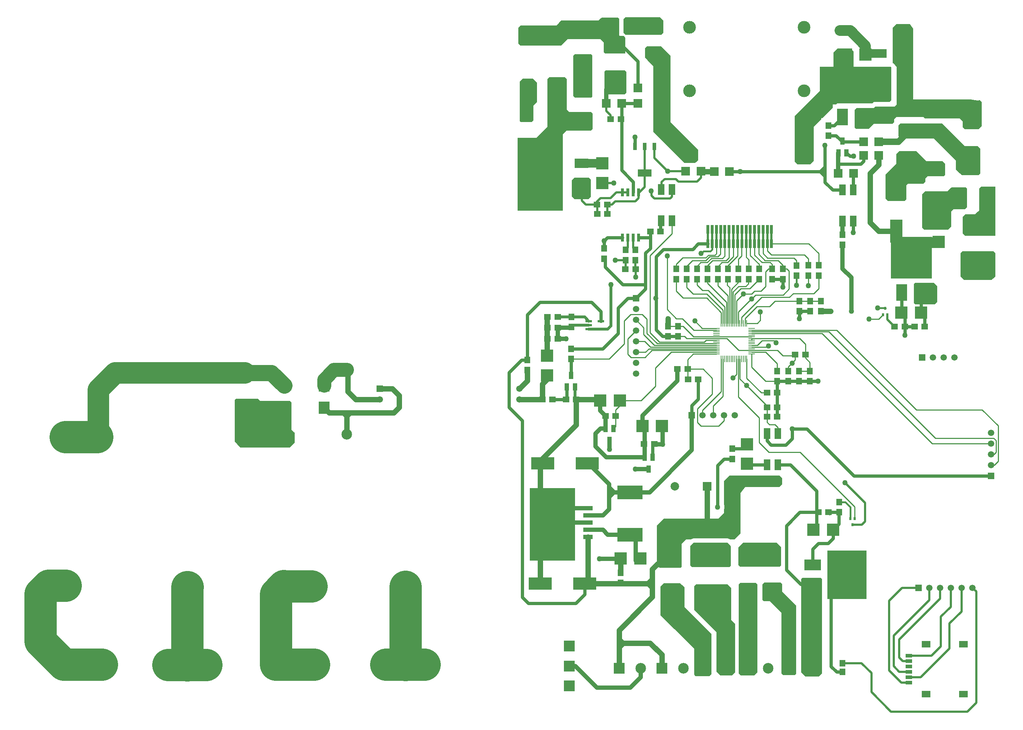
<source format=gtl>
G04 Layer_Physical_Order=1*
G04 Layer_Color=255*
%FSLAX25Y25*%
%MOIN*%
G70*
G01*
G75*
%ADD10R,0.01850X0.02520*%
%ADD11R,0.11811X0.11811*%
%ADD12R,0.09843X0.15748*%
%ADD13R,0.23622X0.27559*%
%ADD14R,0.05906X0.05512*%
%ADD15R,0.05512X0.05906*%
%ADD16R,0.09449X0.12992*%
%ADD17R,0.02559X0.07874*%
%ADD18R,0.40984X0.42520*%
%ADD19R,0.08504X0.04213*%
%ADD20R,0.07874X0.07874*%
%ADD21R,0.13780X0.09843*%
%ADD22R,0.35039X0.41929*%
%ADD23R,0.12992X0.09055*%
%ADD24R,0.06299X0.02362*%
%ADD25R,0.03937X0.07087*%
%ADD26R,0.12598X0.07874*%
%ADD27R,0.11811X0.15748*%
%ADD28R,0.27559X0.11811*%
%ADD29R,0.06299X0.09843*%
%ADD30R,0.11811X0.21654*%
%ADD31R,0.21654X0.11811*%
%ADD32R,0.13780X0.13780*%
%ADD33R,0.15748X0.09843*%
%ADD34R,0.27559X0.23622*%
%ADD35R,0.11811X0.11811*%
%ADD36R,0.09843X0.11811*%
%ADD37R,0.15748X0.13780*%
%ADD38R,0.07874X0.05906*%
%ADD39R,0.05906X0.03543*%
%ADD40R,0.23622X0.12598*%
G04:AMPARAMS|DCode=41|XSize=57.87mil|YSize=9.45mil|CornerRadius=1.18mil|HoleSize=0mil|Usage=FLASHONLY|Rotation=270.000|XOffset=0mil|YOffset=0mil|HoleType=Round|Shape=RoundedRectangle|*
%AMROUNDEDRECTD41*
21,1,0.05787,0.00709,0,0,270.0*
21,1,0.05551,0.00945,0,0,270.0*
1,1,0.00236,-0.00354,-0.02776*
1,1,0.00236,-0.00354,0.02776*
1,1,0.00236,0.00354,0.02776*
1,1,0.00236,0.00354,-0.02776*
%
%ADD41ROUNDEDRECTD41*%
G04:AMPARAMS|DCode=42|XSize=57.87mil|YSize=9.45mil|CornerRadius=1.18mil|HoleSize=0mil|Usage=FLASHONLY|Rotation=0.000|XOffset=0mil|YOffset=0mil|HoleType=Round|Shape=RoundedRectangle|*
%AMROUNDEDRECTD42*
21,1,0.05787,0.00709,0,0,0.0*
21,1,0.05551,0.00945,0,0,0.0*
1,1,0.00236,0.02776,-0.00354*
1,1,0.00236,-0.02776,-0.00354*
1,1,0.00236,-0.02776,0.00354*
1,1,0.00236,0.02776,0.00354*
%
%ADD42ROUNDEDRECTD42*%
%ADD43R,0.07874X0.07874*%
%ADD44R,0.12992X0.09449*%
%ADD45R,0.02559X0.07284*%
%ADD46R,0.12598X0.06890*%
%ADD47R,0.03740X0.06890*%
%ADD48C,0.03000*%
%ADD49C,0.00900*%
%ADD50C,0.02000*%
%ADD51C,0.30000*%
%ADD52C,0.05000*%
%ADD53C,0.01500*%
%ADD54C,0.10000*%
%ADD55C,0.06000*%
%ADD56C,0.04000*%
%ADD57C,0.01000*%
%ADD58C,0.02500*%
%ADD59C,0.20000*%
%ADD60C,0.15000*%
%ADD61C,0.13000*%
%ADD62C,0.08000*%
%ADD63C,0.05906*%
%ADD64R,0.05906X0.05906*%
%ADD65C,0.13780*%
%ADD66R,0.05906X0.05906*%
%ADD67R,0.09843X0.09843*%
%ADD68C,0.09843*%
%ADD69C,0.15748*%
%ADD70C,0.11811*%
%ADD71C,0.07874*%
%ADD72C,0.05000*%
%ADD73C,0.19685*%
G36*
X514370Y155610D02*
X472342D01*
Y223228D01*
X514370D01*
Y155610D01*
D02*
G37*
G36*
X553346Y219488D02*
X553248D01*
X545965Y212205D01*
Y226870D01*
X553346Y219488D01*
D02*
G37*
G36*
X658858Y169488D02*
X659154Y169193D01*
Y159646D01*
Y150886D01*
X657874Y149606D01*
X622933D01*
X621358Y151181D01*
X621358Y151575D01*
Y166831D01*
Y169095D01*
X624508Y172244D01*
X656102D01*
X658858Y169488D01*
D02*
G37*
G36*
X705807Y168307D02*
Y151575D01*
X706004Y151378D01*
X704528Y149902D01*
X667618D01*
X666043Y151476D01*
Y167913D01*
X670374Y172244D01*
X701870D01*
X705807Y168307D01*
D02*
G37*
G36*
X302559Y286417D02*
X293799Y295374D01*
X311516D01*
X302559Y286417D01*
D02*
G37*
G36*
X850689Y410728D02*
Y395965D01*
X848622Y393898D01*
X830217Y393898D01*
X829035Y395079D01*
Y412402D01*
X830217Y413583D01*
X847835D01*
X850689Y410728D01*
D02*
G37*
G36*
X706668Y232259D02*
X706668Y226649D01*
X704232Y224213D01*
X685138Y224213D01*
X674114Y224213D01*
X672441Y224213D01*
X668159Y218258D01*
X668159Y180955D01*
X662697Y175492D01*
X658440D01*
X658120Y175738D01*
X657147Y176141D01*
X656102Y176279D01*
X656102Y176279D01*
X624508D01*
X624508Y176279D01*
X623464Y176141D01*
X622491Y175738D01*
X622170Y175492D01*
X617618D01*
X617421Y175295D01*
X613484Y171358D01*
Y171063D01*
Y150295D01*
X613583Y150197D01*
X612402Y149016D01*
X592815D01*
X590256Y151575D01*
Y161122D01*
Y188091D01*
X590551Y188386D01*
X596949Y194783D01*
X647539Y194783D01*
X652559Y199803D01*
Y202673D01*
X652688Y202914D01*
X653059Y204139D01*
X653185Y205413D01*
X653059Y206688D01*
X652688Y207913D01*
X652559Y208154D01*
Y229626D01*
X657628Y234695D01*
X704232D01*
X706668Y232259D01*
D02*
G37*
G36*
X221654Y304331D02*
X221949Y304035D01*
X249803D01*
X250984Y302854D01*
X251083Y302756D01*
Y283465D01*
Y277461D01*
X253740Y274803D01*
X253937Y274606D01*
Y268406D01*
Y265158D01*
X250689Y261910D01*
X249606Y260827D01*
X203642D01*
X200886Y263583D01*
X198228Y266240D01*
Y273130D01*
Y304724D01*
X199409Y305906D01*
X220079D01*
X221654Y304331D01*
D02*
G37*
G36*
X659547Y130315D02*
Y100591D01*
X662402Y97736D01*
X663091Y97047D01*
Y89764D01*
Y52067D01*
X661122Y50098D01*
X659941Y48917D01*
X649508D01*
X646850Y51575D01*
X645598Y52828D01*
X645571Y52854D01*
Y69095D01*
Y89567D01*
X640354Y94784D01*
X625000Y110138D01*
Y130610D01*
Y131988D01*
X626772Y133760D01*
X656102D01*
X659547Y130315D01*
D02*
G37*
G36*
X683366Y134153D02*
X683661Y133858D01*
Y63090D01*
Y51870D01*
X681102Y49311D01*
X681004Y49213D01*
X668405D01*
X666437Y51181D01*
X666339Y51279D01*
Y54724D01*
Y133661D01*
X667717Y135039D01*
X682480D01*
X683366Y134153D01*
D02*
G37*
G36*
X743602Y138878D02*
X743701Y138779D01*
Y130709D01*
Y126476D01*
Y50984D01*
X741831Y49114D01*
X740945Y48228D01*
X728150D01*
X725000Y51378D01*
X724409Y51968D01*
Y103839D01*
Y138681D01*
X725492Y139764D01*
X742717D01*
X743602Y138878D01*
D02*
G37*
G36*
X613681Y133169D02*
X615945Y130905D01*
Y114469D01*
Y112795D01*
X622736Y106004D01*
X641043Y87697D01*
Y63090D01*
Y50492D01*
X639075Y48524D01*
X626401D01*
X625468Y49457D01*
X624902Y50023D01*
Y61221D01*
Y74016D01*
X606791Y92126D01*
X593799Y105118D01*
Y118504D01*
Y131595D01*
X597047Y134843D01*
X612008D01*
X613681Y133169D01*
D02*
G37*
G36*
X784941Y119980D02*
X748721D01*
Y147539D01*
Y147736D01*
Y165059D01*
X784941D01*
Y119980D01*
D02*
G37*
G36*
X586221Y127018D02*
X578642Y134597D01*
Y134695D01*
X579035D01*
X586221Y141880D01*
Y127018D01*
D02*
G37*
G36*
X706791Y133957D02*
X706890Y133858D01*
Y127165D01*
Y126772D01*
X711417Y122244D01*
X719783Y113878D01*
Y106201D01*
Y51279D01*
Y50591D01*
X718701Y49508D01*
X718602Y49409D01*
X707579D01*
X706398Y50591D01*
X706201Y50787D01*
Y59055D01*
Y107283D01*
X700591Y112894D01*
X695374Y118110D01*
X689664D01*
X688890Y118885D01*
X688386Y119388D01*
Y123130D01*
Y133661D01*
X690158Y135433D01*
X705315D01*
X706791Y133957D01*
D02*
G37*
G36*
X562362Y78858D02*
X554921Y71378D01*
Y86299D01*
X562362Y78858D01*
D02*
G37*
G36*
X877264Y443209D02*
X901378D01*
X901772Y443208D01*
X902757Y443208D01*
X904724Y441240D01*
Y430413D01*
Y419291D01*
X901181Y416240D01*
X877854Y416240D01*
X875591D01*
X872539Y419291D01*
X872441Y419390D01*
Y440256D01*
Y441240D01*
X874409Y443209D01*
X877264Y443209D01*
D02*
G37*
G36*
X828543Y649616D02*
X828543Y584154D01*
X882290D01*
X883362Y583789D01*
X885901Y583285D01*
X888484Y583115D01*
X890382Y583240D01*
X891929Y581693D01*
Y571654D01*
Y559350D01*
X891437Y558858D01*
X889075Y556496D01*
X876083D01*
X874311Y558268D01*
Y560236D01*
Y563779D01*
X873425Y564665D01*
X871653Y566437D01*
X839370D01*
X839173Y566634D01*
X838091Y567717D01*
X812795D01*
X810630Y565551D01*
Y563091D01*
X809055Y561516D01*
X791831D01*
X789075Y558760D01*
X786909Y556595D01*
X775394D01*
X774016Y557972D01*
X773917Y558071D01*
Y569587D01*
Y574508D01*
X775591Y576181D01*
X792028D01*
X793209Y577362D01*
X793307Y577461D01*
X811220D01*
X812894Y579134D01*
Y606791D01*
Y607185D01*
Y610728D01*
Y614468D01*
X811831Y615531D01*
X811830Y615532D01*
X811664Y615935D01*
D01*
X811663Y615935D01*
X811321Y616382D01*
X811022Y616771D01*
X811022Y616771D01*
X811022Y616771D01*
X810669Y617125D01*
X810669Y617125D01*
X810669Y617125D01*
X810229Y617462D01*
X809833Y617766D01*
X809833Y617766D01*
X809833Y617766D01*
X809547Y617884D01*
Y627067D01*
Y650787D01*
X812795Y654036D01*
X825394D01*
X828543Y649616D01*
D02*
G37*
G36*
X479134Y599803D02*
Y597342D01*
Y581595D01*
X477264Y579724D01*
X475886Y578346D01*
Y568898D01*
Y564764D01*
X474803Y563681D01*
X474311Y563189D01*
X464173D01*
X463189Y564173D01*
X463091Y564272D01*
Y600787D01*
X465748Y603445D01*
X475492D01*
X479134Y599803D01*
D02*
G37*
G36*
X773032Y628839D02*
Y615158D01*
Y614272D01*
X774213Y614272D01*
X775787Y614272D01*
X781693Y614272D01*
X785630Y614272D01*
X807816D01*
X808169Y613918D01*
X808169Y610039D01*
X808169Y607579D01*
X808169Y603346D01*
Y598130D01*
X808169Y594685D01*
Y583563D01*
X806398Y581791D01*
X804232D01*
X797244Y581791D01*
X791831D01*
X790453Y580413D01*
X757874D01*
X756953Y579492D01*
X753787D01*
Y576327D01*
X744256Y566795D01*
X743047D01*
Y565587D01*
X736024Y558563D01*
Y536713D01*
Y526870D01*
X732874Y523721D01*
X720965D01*
X718307Y526378D01*
Y535532D01*
X718405Y568602D01*
X729085Y579282D01*
X741831Y592028D01*
X741831Y614270D01*
X754330Y614273D01*
X754331Y627854D01*
X757972Y631496D01*
X770374D01*
X773032Y628839D01*
D02*
G37*
G36*
X597638Y629921D02*
X603150Y624409D01*
Y568405D01*
X603150Y562992D01*
X615010Y551132D01*
X622490Y543652D01*
X626033Y540108D01*
X626575Y539567D01*
X628642Y537500D01*
Y535925D01*
Y528445D01*
Y527854D01*
X626575Y525787D01*
X625787Y525000D01*
X615846D01*
X605905Y534941D01*
X587205Y553642D01*
Y613976D01*
Y615059D01*
X581791Y620472D01*
X579331Y622933D01*
Y625197D01*
Y631595D01*
X580610Y632874D01*
X581004Y633268D01*
X594291D01*
X597638Y629921D01*
D02*
G37*
G36*
X555020Y659449D02*
X555413Y659055D01*
Y643898D01*
Y643799D01*
X556201Y643012D01*
X556299Y642913D01*
X559744D01*
X560827Y641831D01*
X561122Y641535D01*
Y631693D01*
Y626968D01*
X560728Y626575D01*
X542520D01*
X541043Y628051D01*
X540945Y628150D01*
Y634646D01*
Y637008D01*
X538287Y639665D01*
X537992Y639961D01*
X507283D01*
X503346Y636024D01*
X501378Y634055D01*
X463681D01*
X461614Y636122D01*
Y649705D01*
Y650787D01*
X463681Y652854D01*
X497047D01*
X499409Y655217D01*
X501476Y657283D01*
X536221D01*
X538386Y659449D01*
X538976Y660039D01*
X554429D01*
X555020Y659449D01*
D02*
G37*
G36*
X595768Y657972D02*
X596260Y657480D01*
Y651279D01*
Y645965D01*
X594783Y644488D01*
X594390Y644095D01*
X561221D01*
X559350Y645965D01*
Y658858D01*
X559350D01*
X560925Y660433D01*
X593307D01*
X595768Y657972D01*
D02*
G37*
G36*
X516142Y626181D02*
X529232D01*
X530413Y625000D01*
Y587303D01*
Y586713D01*
X529331Y585630D01*
X514468D01*
X513287Y586811D01*
X512795Y587303D01*
Y624803D01*
X513976Y625984D01*
X514173Y626181D01*
X516142Y626181D01*
D02*
G37*
G36*
X561909Y609646D02*
X562205Y609350D01*
Y594980D01*
Y590354D01*
X560630Y588779D01*
X560433Y588583D01*
X544685D01*
X542126Y591142D01*
X541732Y591535D01*
Y608465D01*
Y609941D01*
X542815Y611024D01*
X560532D01*
X561909Y609646D01*
D02*
G37*
G36*
X877362Y502362D02*
X878543Y501181D01*
Y496850D01*
Y484055D01*
X876673Y482185D01*
X865945D01*
X865847Y482087D01*
X863681Y479921D01*
Y478051D01*
Y465945D01*
X863287Y465551D01*
X860728Y462992D01*
X838878D01*
X836811Y465059D01*
Y487205D01*
Y495965D01*
X838583Y497736D01*
X839468Y498622D01*
X860138D01*
X863583Y502067D01*
X864075Y502559D01*
X877165D01*
X877362Y502362D01*
D02*
G37*
G36*
X506595Y603150D02*
Y587106D01*
Y574606D01*
X508957Y572244D01*
X529232D01*
X530709Y570768D01*
Y557185D01*
Y556496D01*
X529134Y554921D01*
X506496D01*
X503150Y551575D01*
Y548376D01*
Y480758D01*
X461122D01*
Y548376D01*
X478906D01*
X478699Y548876D01*
X488681Y558858D01*
Y565059D01*
Y603051D01*
X490256Y604626D01*
X505118D01*
X506595Y603150D01*
D02*
G37*
G36*
X845571Y417815D02*
X807677D01*
Y456496D01*
X845571D01*
Y417815D01*
D02*
G37*
G36*
X904812Y457283D02*
X876575D01*
X874902Y458957D01*
X874409Y459449D01*
Y468110D01*
Y474902D01*
X875394Y475886D01*
X876772Y477264D01*
X885728D01*
X888287Y479823D01*
X889665Y481201D01*
Y501476D01*
X891339Y503150D01*
X904812D01*
Y457283D01*
D02*
G37*
G36*
X840748Y526673D02*
X840847Y526575D01*
X855709D01*
X857972Y524311D01*
X858169Y524114D01*
Y515453D01*
Y514075D01*
X856988Y512894D01*
X856791Y512697D01*
X848917D01*
X841831Y512697D01*
X839764Y510630D01*
X839764Y507776D01*
X837795Y505807D01*
X823327D01*
X821949Y504429D01*
Y494095D01*
Y491535D01*
X820276Y489862D01*
X820177Y489764D01*
X804921D01*
X803150Y491535D01*
X802658Y492028D01*
Y505020D01*
Y514075D01*
X804823Y516240D01*
X812795Y524213D01*
Y533268D01*
X815453Y535925D01*
X831496D01*
X840748Y526673D01*
D02*
G37*
G36*
X871949Y545177D02*
X876378Y540748D01*
X888287D01*
X890847Y538189D01*
Y516240D01*
Y515453D01*
X889173Y513779D01*
X873622D01*
X871850Y515551D01*
X868209Y519193D01*
Y523327D01*
Y527264D01*
X848524Y546949D01*
X847835Y547638D01*
X817027D01*
X814764Y549902D01*
Y556398D01*
Y560138D01*
X816339Y561713D01*
X855413D01*
X871949Y545177D01*
D02*
G37*
G36*
X529232Y509350D02*
X529134Y509252D01*
Y493602D01*
X526968Y491437D01*
X526870Y491339D01*
X514173D01*
X512205Y493307D01*
X511516Y493996D01*
Y509154D01*
X513878Y511417D01*
X527165D01*
X529232Y509350D01*
D02*
G37*
G36*
X746358Y510827D02*
X740158Y517028D01*
X746211Y523081D01*
X746358D01*
X746358Y510827D01*
D02*
G37*
D10*
X772146Y188976D02*
D03*
X770177Y194882D02*
D03*
X774114D02*
D03*
X802461Y389961D02*
D03*
X804429Y384055D02*
D03*
X800492D02*
D03*
D11*
X835709Y385925D02*
D03*
X817520D02*
D03*
X784193Y625689D02*
D03*
X766004D02*
D03*
X595118Y280709D02*
D03*
X576929D02*
D03*
X565590Y652559D02*
D03*
X547402D02*
D03*
X556043Y304429D02*
D03*
X537854D02*
D03*
X753976Y184252D02*
D03*
X735787D02*
D03*
X556850Y157579D02*
D03*
X575039D02*
D03*
D12*
X817772Y404724D02*
D03*
X835772D02*
D03*
X762709Y567618D02*
D03*
X780709D02*
D03*
D13*
X826772Y432480D02*
D03*
X771709Y595374D02*
D03*
D14*
X820571Y373130D02*
D03*
X811122D02*
D03*
X718799Y346949D02*
D03*
X728248D02*
D03*
X692618Y289272D02*
D03*
X702067D02*
D03*
Y298229D02*
D03*
X692618D02*
D03*
X488780Y361614D02*
D03*
X498228D02*
D03*
X829626Y373130D02*
D03*
X839075D02*
D03*
X488780Y382087D02*
D03*
X498228D02*
D03*
X488779Y372047D02*
D03*
X498228D02*
D03*
X493504Y305413D02*
D03*
X484055D02*
D03*
X515453Y305512D02*
D03*
X506004D02*
D03*
X552165Y290059D02*
D03*
X542717D02*
D03*
X740256Y200591D02*
D03*
X749705D02*
D03*
X584350Y461417D02*
D03*
X593799D02*
D03*
X609449Y333661D02*
D03*
X618898D02*
D03*
X628740Y324016D02*
D03*
X619291D02*
D03*
X547539Y565650D02*
D03*
X556988D02*
D03*
X702067Y311713D02*
D03*
X692618D02*
D03*
X578445Y263976D02*
D03*
X587894D02*
D03*
X534941Y477854D02*
D03*
X544390D02*
D03*
X534842Y486417D02*
D03*
X544291D02*
D03*
X561221Y426280D02*
D03*
X570669D02*
D03*
D15*
X719980Y429823D02*
D03*
Y420374D02*
D03*
X608465Y417224D02*
D03*
Y426673D02*
D03*
X697441Y426575D02*
D03*
Y417126D02*
D03*
X707283Y426575D02*
D03*
Y417126D02*
D03*
X556791Y134941D02*
D03*
Y144390D02*
D03*
X722441Y322342D02*
D03*
Y331791D02*
D03*
X712402Y331890D02*
D03*
Y322441D02*
D03*
X742618Y396850D02*
D03*
Y387402D02*
D03*
X722786Y396850D02*
D03*
Y387402D02*
D03*
X732702Y396850D02*
D03*
Y387402D02*
D03*
X732382Y331791D02*
D03*
Y322342D02*
D03*
X470079Y332677D02*
D03*
Y342126D02*
D03*
X660532Y259646D02*
D03*
Y250197D02*
D03*
X510630Y352362D02*
D03*
Y342913D02*
D03*
X511122Y372736D02*
D03*
Y382185D02*
D03*
X656504Y426673D02*
D03*
Y417225D02*
D03*
X646896D02*
D03*
Y426673D02*
D03*
X637288D02*
D03*
Y417225D02*
D03*
X627680D02*
D03*
Y426673D02*
D03*
X618072D02*
D03*
Y417225D02*
D03*
X731042Y420472D02*
D03*
Y429921D02*
D03*
X759646Y200689D02*
D03*
Y210138D02*
D03*
X740650Y420472D02*
D03*
Y429921D02*
D03*
X610039Y373425D02*
D03*
Y363977D02*
D03*
X600591Y373524D02*
D03*
Y364075D02*
D03*
X701968Y322342D02*
D03*
Y331791D02*
D03*
X666112Y417224D02*
D03*
Y426673D02*
D03*
X675719Y417225D02*
D03*
Y426673D02*
D03*
X685327Y417225D02*
D03*
Y426673D02*
D03*
X762657Y52264D02*
D03*
Y60531D02*
D03*
X762697Y458563D02*
D03*
Y449114D02*
D03*
X749803Y550394D02*
D03*
Y559842D02*
D03*
X541240Y445571D02*
D03*
Y436122D02*
D03*
X561417Y444291D02*
D03*
Y434842D02*
D03*
X570276Y444291D02*
D03*
Y434842D02*
D03*
D16*
X469488Y572244D02*
D03*
X496850D02*
D03*
D17*
X692913Y463287D02*
D03*
X696850D02*
D03*
Y450059D02*
D03*
X692913D02*
D03*
X637795D02*
D03*
Y463287D02*
D03*
X641732Y450059D02*
D03*
Y463287D02*
D03*
X645669Y450059D02*
D03*
X649606D02*
D03*
X653543D02*
D03*
X669291D02*
D03*
X665354D02*
D03*
X661417D02*
D03*
X657480D02*
D03*
X685039D02*
D03*
X681102D02*
D03*
X677165D02*
D03*
X673228D02*
D03*
X688976D02*
D03*
Y463287D02*
D03*
X673228D02*
D03*
X677165D02*
D03*
X681102D02*
D03*
X685039D02*
D03*
X657480D02*
D03*
X661417D02*
D03*
X665354D02*
D03*
X669291D02*
D03*
X653543D02*
D03*
X649606D02*
D03*
X645669D02*
D03*
D18*
X493602Y191043D02*
D03*
D19*
X526374Y204429D02*
D03*
Y197736D02*
D03*
Y191043D02*
D03*
Y184351D02*
D03*
Y177657D02*
D03*
D20*
X796457Y544783D02*
D03*
X782283D02*
D03*
X543406Y580413D02*
D03*
X557579D02*
D03*
X782283Y532087D02*
D03*
X796457D02*
D03*
X799803Y626870D02*
D03*
X813976D02*
D03*
X657775Y517224D02*
D03*
X643602D02*
D03*
X617126Y517323D02*
D03*
X631299D02*
D03*
X758858Y515453D02*
D03*
X773032D02*
D03*
D21*
X824311Y554331D02*
D03*
Y524409D02*
D03*
D22*
X478740Y514862D02*
D03*
D23*
X520473Y524862D02*
D03*
Y504862D02*
D03*
D24*
X527067Y378150D02*
D03*
Y374410D02*
D03*
Y370669D02*
D03*
X538484D02*
D03*
Y378150D02*
D03*
D25*
X762697Y545276D02*
D03*
X766437Y534449D02*
D03*
X758957D02*
D03*
X506890Y317028D02*
D03*
X514370D02*
D03*
X510630Y327854D02*
D03*
X582776Y240846D02*
D03*
X579035Y251673D02*
D03*
X586516D02*
D03*
X550197Y278248D02*
D03*
X542716D02*
D03*
X546457Y267421D02*
D03*
D26*
X587697Y650787D02*
D03*
Y628150D02*
D03*
D27*
X870866Y492618D02*
D03*
X897244D02*
D03*
D28*
X890846Y435335D02*
D03*
Y465256D02*
D03*
X639961Y156201D02*
D03*
Y126280D02*
D03*
D29*
X702638Y244784D02*
D03*
X692638D02*
D03*
Y273721D02*
D03*
X702638D02*
D03*
X772717Y470965D02*
D03*
X762716D02*
D03*
Y499902D02*
D03*
X772717D02*
D03*
X604508Y500492D02*
D03*
X594508D02*
D03*
Y471555D02*
D03*
X604508D02*
D03*
D30*
X812697Y502953D02*
D03*
Y461614D02*
D03*
X882185Y568996D02*
D03*
Y527658D02*
D03*
D31*
X525689Y246162D02*
D03*
X484350D02*
D03*
X482087Y134449D02*
D03*
X523425D02*
D03*
D32*
X675000Y127165D02*
D03*
Y157480D02*
D03*
X521654Y648327D02*
D03*
Y618012D02*
D03*
X521850Y563779D02*
D03*
Y594095D02*
D03*
X603839Y126575D02*
D03*
Y156890D02*
D03*
X696949Y127165D02*
D03*
Y157480D02*
D03*
X497075Y596158D02*
D03*
X471500Y643099D02*
D03*
D33*
X735138Y151618D02*
D03*
Y133618D02*
D03*
D34*
X762894Y142618D02*
D03*
D35*
X539764Y506457D02*
D03*
Y524646D02*
D03*
X488386Y346004D02*
D03*
Y327815D02*
D03*
X799606Y588524D02*
D03*
Y570335D02*
D03*
X852067Y451634D02*
D03*
Y469823D02*
D03*
X674213Y263819D02*
D03*
Y245630D02*
D03*
X846063Y555079D02*
D03*
Y573268D02*
D03*
D36*
X281366Y297764D02*
D03*
X244437D02*
D03*
Y318236D02*
D03*
X281366D02*
D03*
D37*
X207579Y298622D02*
D03*
Y330118D02*
D03*
X551575Y603051D02*
D03*
Y634547D02*
D03*
D38*
X875197Y31890D02*
D03*
Y77953D02*
D03*
X840551D02*
D03*
Y31890D02*
D03*
D39*
X824409Y42441D02*
D03*
Y47441D02*
D03*
Y52441D02*
D03*
Y62441D02*
D03*
Y57441D02*
D03*
Y67441D02*
D03*
D40*
X565354Y179823D02*
D03*
Y219193D02*
D03*
D41*
X673819Y343228D02*
D03*
X672244D02*
D03*
X670669D02*
D03*
X669094D02*
D03*
X667520D02*
D03*
X665945D02*
D03*
X664370D02*
D03*
X662795D02*
D03*
X661220D02*
D03*
X659646D02*
D03*
X658071D02*
D03*
X656496D02*
D03*
X654921D02*
D03*
X653346D02*
D03*
X651772D02*
D03*
X650197D02*
D03*
Y376063D02*
D03*
X651772D02*
D03*
X653346D02*
D03*
X654921D02*
D03*
X656496D02*
D03*
X658071D02*
D03*
X659646D02*
D03*
X661220D02*
D03*
X662795D02*
D03*
X664370D02*
D03*
X665945D02*
D03*
X667520D02*
D03*
X669094D02*
D03*
X670669D02*
D03*
X672244D02*
D03*
X673819D02*
D03*
D42*
X678425Y371457D02*
D03*
Y369882D02*
D03*
Y368307D02*
D03*
Y366732D02*
D03*
Y365157D02*
D03*
Y363583D02*
D03*
Y362008D02*
D03*
Y360433D02*
D03*
Y358858D02*
D03*
Y357283D02*
D03*
Y355709D02*
D03*
Y354134D02*
D03*
Y352559D02*
D03*
Y350984D02*
D03*
Y349409D02*
D03*
Y347835D02*
D03*
X645591D02*
D03*
Y349409D02*
D03*
Y350984D02*
D03*
Y352559D02*
D03*
Y354134D02*
D03*
Y355709D02*
D03*
Y357283D02*
D03*
Y358858D02*
D03*
Y360433D02*
D03*
Y362008D02*
D03*
Y363583D02*
D03*
Y365157D02*
D03*
Y366732D02*
D03*
Y368307D02*
D03*
Y369882D02*
D03*
Y371457D02*
D03*
D43*
X572835Y594685D02*
D03*
Y580512D02*
D03*
X636909Y224705D02*
D03*
D44*
X849016Y519783D02*
D03*
Y492421D02*
D03*
D45*
X573543Y455807D02*
D03*
X568543D02*
D03*
X563543D02*
D03*
X558543D02*
D03*
Y497736D02*
D03*
X563543D02*
D03*
X568543D02*
D03*
X573543D02*
D03*
D46*
X579036Y515650D02*
D03*
D47*
X569980Y540453D02*
D03*
X579036D02*
D03*
X588091D02*
D03*
D48*
X739843Y322342D02*
X739892Y322293D01*
X732382Y322342D02*
X739843D01*
X729705Y278051D02*
X773244Y234512D01*
X715945Y278051D02*
X729705D01*
X773244Y234512D02*
X900846D01*
X557579Y518405D02*
Y580413D01*
X696555Y263189D02*
X710138D01*
X715945Y268996D02*
Y278051D01*
X710138Y263189D02*
X715945Y268996D01*
X646654Y205413D02*
Y244094D01*
X652756Y250197D01*
X660532D01*
X702638Y244784D02*
X714370D01*
X749705Y200591D02*
X759547D01*
X749705D02*
X750807Y199488D01*
X670040Y259646D02*
X674213Y263819D01*
X660532Y259646D02*
X670040D01*
X674213Y245630D02*
X675059Y244784D01*
X692638D01*
Y267106D02*
X696555Y263189D01*
X692638Y267106D02*
Y273721D01*
X820571Y373130D02*
X820571Y373130D01*
X829626D01*
X820571Y373130D02*
Y382874D01*
X817520Y385925D02*
X820571Y382874D01*
X817520Y385925D02*
X817772Y386177D01*
Y404724D01*
X835709Y385925D02*
X839075Y382559D01*
Y373130D02*
Y382559D01*
X835709Y385925D02*
X835772Y385988D01*
Y404724D01*
X722786Y380364D02*
X722835Y380315D01*
X722786Y380364D02*
Y387402D01*
X732702D01*
X766437Y534449D02*
X769587Y531299D01*
X772933D01*
X759252Y524114D02*
X779823D01*
X758858Y524508D02*
X759252Y524114D01*
X782283Y526575D02*
Y532087D01*
X779823Y524114D02*
X782283Y526575D01*
X746358Y507185D02*
Y517717D01*
X745768Y517126D02*
X746358Y517717D01*
X557775Y634547D02*
X572835Y619488D01*
Y594685D02*
Y619488D01*
X563327Y399350D02*
X570965D01*
X554429Y390453D02*
X563327Y399350D01*
X554429Y366732D02*
Y390453D01*
X540059Y352362D02*
X554429Y366732D01*
X746358Y507185D02*
X753642Y499902D01*
X762716D01*
X773032Y515453D02*
Y517421D01*
X772717Y515138D02*
X773032Y515453D01*
X772717Y499902D02*
Y515138D01*
X538484Y378150D02*
Y387008D01*
X529626Y395866D02*
X538484Y387008D01*
X481791Y395866D02*
X529626D01*
X470079Y384154D02*
X481791Y395866D01*
X470079Y342126D02*
Y384154D01*
X464764Y342126D02*
X470079D01*
X452953Y330315D02*
X464764Y342126D01*
X452953Y298228D02*
Y330315D01*
Y298228D02*
X465453Y285728D01*
Y121653D02*
Y285728D01*
Y121653D02*
X471161Y115945D01*
X514961D01*
X523425Y124409D01*
Y134449D01*
X510630Y352362D02*
X540059D01*
X589567Y370177D02*
X595669Y364075D01*
X600591D02*
X609449D01*
X595669D02*
X600591D01*
X622815Y290748D02*
Y299685D01*
X628740Y305610D01*
Y324016D01*
X772717Y460551D02*
X772736Y460532D01*
X772717Y460551D02*
Y470965D01*
X551575Y634547D02*
X554921D01*
X557775D01*
X557579Y580413D02*
X572736D01*
X572835Y580512D01*
X498228Y382087D02*
X498229Y382086D01*
X506890Y306398D02*
Y317028D01*
X506004Y305512D02*
X506890Y306398D01*
X493602Y305512D02*
X506004D01*
X493504Y305413D02*
X493602Y305512D01*
X510630Y327854D02*
Y340354D01*
X735787Y184252D02*
X738878Y187343D01*
X735138Y151618D02*
X736240Y152720D01*
X724729Y386713D02*
X724926Y386910D01*
X732505Y387205D02*
X732702Y387402D01*
X586516Y251673D02*
Y262598D01*
X587894Y263976D01*
X723961Y133618D02*
X735138D01*
X746358Y541437D02*
X746457Y541536D01*
X746358Y517717D02*
Y541437D01*
X763189Y544783D02*
X782283D01*
X762697Y545276D02*
X763189Y544783D01*
X761909Y545276D02*
X762697D01*
X756791Y550394D02*
X761909Y545276D01*
X749803Y550394D02*
X756791D01*
X749803Y559842D02*
X754933D01*
X762709Y567618D01*
X820571Y365256D02*
Y373130D01*
Y365256D02*
X820669Y365158D01*
X589567Y438189D02*
X596260Y444882D01*
X623622D01*
X593799Y470846D02*
X594508Y471555D01*
X593799Y461417D02*
Y470846D01*
X579823Y441240D02*
X584350Y445768D01*
X570965Y399350D02*
X579823Y408209D01*
X569980Y540453D02*
Y548917D01*
X557579Y518405D02*
X568543Y507441D01*
Y497736D02*
Y507441D01*
X573543Y455807D02*
X583957D01*
X584350Y455413D01*
Y445768D02*
Y455413D01*
Y461417D01*
X542520Y428248D02*
Y435728D01*
Y428248D02*
X558661Y412106D01*
X579823D01*
Y408209D02*
Y412106D01*
Y441240D01*
X541240Y445571D02*
Y452658D01*
X541437Y452854D01*
X544390Y455807D01*
X558543D01*
X757382Y52264D02*
X762657D01*
X752165Y57480D02*
X757382Y52264D01*
X752165Y57480D02*
Y122441D01*
X752854Y123130D01*
X697441Y417126D02*
X707283D01*
X623622Y444882D02*
X628799Y450059D01*
X637795D01*
X707283Y417126D02*
X707382Y417028D01*
Y409842D02*
Y417028D01*
X589567Y370177D02*
Y438189D01*
X710630Y146949D02*
X723961Y133618D01*
X710630Y146949D02*
Y188189D01*
X723032Y200591D01*
X735138Y151618D02*
Y166339D01*
X740453Y171653D01*
X749311D01*
X753976Y176319D01*
Y184252D01*
X759547Y189823D01*
Y200591D01*
X714370Y244784D02*
X738878Y220276D01*
X723032Y200591D02*
X738878D01*
X542520Y445177D02*
Y445571D01*
X701968Y289272D02*
Y322342D01*
X732382D01*
X738878Y200591D02*
Y220276D01*
Y187343D02*
Y200591D01*
X657775Y517126D02*
X745768D01*
D49*
X905249Y256253D02*
Y267270D01*
X903508Y254512D02*
X905249Y256253D01*
X900846Y254512D02*
X903508D01*
X892402Y295866D02*
X907264Y281004D01*
Y247933D02*
Y281004D01*
X903843Y244512D02*
X907264Y247933D01*
X757264Y369882D02*
X831279Y295866D01*
X678425Y368307D02*
X750079D01*
X848996Y269390D01*
X903130D01*
X905249Y267270D01*
X846020Y264512D02*
X900846D01*
X743799Y366732D02*
X846020Y264512D01*
X900846Y244512D02*
X903843D01*
X831279Y295866D02*
X892402D01*
X702638Y273721D02*
Y279449D01*
X700098Y281988D02*
X702638Y279449D01*
X694882Y281988D02*
X700098D01*
X692618Y284252D02*
X694882Y281988D01*
X692618Y284252D02*
Y289272D01*
X694390Y256299D02*
X723425D01*
X665945Y307677D02*
X685335Y288287D01*
Y265354D02*
Y288287D01*
Y265354D02*
X694390Y256299D01*
X692618Y289272D02*
Y298229D01*
X673622Y318406D02*
X692618Y299409D01*
Y298229D02*
Y299409D01*
X661024Y325295D02*
X664370Y328642D01*
Y343228D01*
X560138Y378445D02*
X566142Y384449D01*
X560138Y356988D02*
Y378445D01*
X546063Y342913D02*
X560138Y356988D01*
X510630Y342913D02*
X546063D01*
X691437Y322342D02*
X701968D01*
X678425Y366732D02*
X743799D01*
X718799Y342027D02*
Y345965D01*
X712402Y331890D02*
Y335630D01*
X678425Y369882D02*
X757264D01*
X667520Y324508D02*
X673622Y318406D01*
X667520Y324508D02*
Y343228D01*
X625591Y378346D02*
X632480Y371457D01*
X645591D01*
X608465Y380512D02*
X614075D01*
X624705Y369882D01*
X645591D01*
X590748Y357283D02*
X645591D01*
X581201Y366831D02*
X590748Y357283D01*
X581201Y366831D02*
Y379921D01*
X576673Y384449D02*
X581201Y379921D01*
X570965Y349350D02*
X579862D01*
X583071Y352559D01*
X645591D01*
X614567Y373524D02*
X624508Y363583D01*
X645591D01*
X618209Y362008D02*
X645591D01*
X616142Y364075D02*
X618209Y362008D01*
X642815Y290748D02*
Y299410D01*
X651772Y308366D01*
Y343228D01*
X632815Y290748D02*
Y295315D01*
X650197Y312697D01*
Y343228D01*
X702362Y350984D02*
X707382Y345965D01*
X678425Y350984D02*
X702362D01*
X645591Y362008D02*
X655512D01*
X666536Y350984D01*
X678425D01*
X645591Y363583D02*
X678425D01*
X566142Y384449D02*
X576673D01*
X665945Y307677D02*
Y343228D01*
X687303Y311713D02*
X692618D01*
X673819Y325197D02*
X687303Y311713D01*
X673819Y325197D02*
Y343228D01*
X678425Y335354D02*
Y347835D01*
Y335354D02*
X691437Y322342D01*
X722786Y396850D02*
X732702D01*
X742618D01*
X683642Y376063D02*
X686516Y378937D01*
Y386811D01*
X673819Y376063D02*
X683642D01*
X672244D02*
Y380610D01*
X683465Y391831D01*
X659646Y376063D02*
Y407874D01*
X661220Y376063D02*
Y405300D01*
X662795Y376063D02*
Y402854D01*
X664370Y376063D02*
Y396949D01*
X670866Y403445D01*
X796358Y379921D02*
X800492Y384055D01*
X787500Y379921D02*
X796358D01*
X600000Y388976D02*
Y438779D01*
Y388976D02*
X608465Y380512D01*
X678425Y354134D02*
X693012D01*
X694095Y355217D01*
X678425Y355709D02*
X683858D01*
X688091Y359941D01*
X699213D01*
X701181Y357972D01*
X662795Y402854D02*
X668405Y408465D01*
X676567D02*
X685327Y417225D01*
X661220Y405300D02*
X666452Y410532D01*
X672933D01*
X675492Y413091D01*
Y416997D01*
X675719Y417225D01*
X731102Y411024D02*
Y420412D01*
X731042Y420472D02*
X731102Y420412D01*
X707283Y426575D02*
X711221D01*
X713189Y424606D01*
Y408071D02*
Y424606D01*
X668405Y408465D02*
X676567D01*
X683465Y391831D02*
X695177D01*
X700197Y396850D01*
X722786D01*
X707579Y402461D02*
X713189Y408071D01*
X665945Y386614D02*
X678150Y398819D01*
X665945Y376063D02*
Y386614D01*
X682185Y402461D02*
X707579D01*
X670866Y403445D02*
X678445D01*
X678150Y398819D02*
X678543D01*
X682185Y402461D01*
X691437Y410236D02*
Y424114D01*
X693898Y426575D01*
X697441D01*
X678445Y403445D02*
X681004Y406004D01*
X687205D01*
X691437Y410236D01*
X659646Y407874D02*
X666112Y414340D01*
Y417224D01*
X653346Y376063D02*
Y391558D01*
X627680Y411591D02*
Y417225D01*
Y411591D02*
X632579Y406693D01*
X638212D01*
X653346Y391558D01*
X618072Y409487D02*
Y417225D01*
Y409487D02*
X624016Y403543D01*
X636614D01*
X651772Y388386D01*
Y376063D02*
Y388386D01*
X666112Y426673D02*
Y435600D01*
X669095Y438583D01*
Y449862D01*
X669291Y450059D01*
X665354Y438583D02*
Y450059D01*
X656504Y429732D02*
X665354Y438583D01*
X656504Y426673D02*
Y429732D01*
X646896Y426673D02*
Y428884D01*
X650787Y432776D01*
X637288Y426673D02*
Y429808D01*
X627680Y426673D02*
Y429157D01*
X631102Y432579D01*
X618072Y426673D02*
Y429096D01*
X623228Y434252D01*
X635728D01*
X649311Y449764D02*
X649606Y450059D01*
X608465Y426673D02*
Y431004D01*
X614370Y436909D01*
X635827D01*
X650787Y432776D02*
X656102D01*
X661417Y438090D01*
Y450059D01*
X657480Y437205D02*
Y450059D01*
X653543Y438583D02*
Y450059D01*
X649311Y440256D02*
Y449764D01*
X654823Y434547D02*
X657480Y437205D01*
X637288Y429808D02*
X642028Y434547D01*
X654823D01*
X651378Y436417D02*
X653543Y438583D01*
X635728Y434252D02*
X639468Y437992D01*
X647047D01*
X649311Y440256D01*
X635827Y436909D02*
X638484Y439567D01*
X644291D01*
X645669Y440945D01*
Y450059D01*
X631102Y432579D02*
X637106D01*
X640945Y436417D01*
X651378D01*
X675719Y426673D02*
Y435107D01*
X673228Y437598D02*
X675719Y435107D01*
X673228Y437598D02*
Y450059D01*
X677165Y439075D02*
Y450059D01*
Y439075D02*
X685327Y430913D01*
Y426673D02*
Y430913D01*
X681102Y439468D02*
Y450059D01*
Y439468D02*
X687992Y432579D01*
X695669D01*
X697441Y430807D01*
Y426575D02*
Y430807D01*
X707283Y426575D02*
Y430217D01*
X702953Y434547D02*
X707283Y430217D01*
X690748Y434547D02*
X702953D01*
X685039Y440256D02*
X690748Y434547D01*
X685039Y440256D02*
Y450059D01*
X719980Y429823D02*
Y434449D01*
X717618Y436811D02*
X719980Y434449D01*
X693209Y436811D02*
X717618D01*
X688976Y441043D02*
X693209Y436811D01*
X688976Y441043D02*
Y450059D01*
X688976Y450059D02*
X688976Y450059D01*
X731042Y429921D02*
Y436084D01*
X727461Y439665D02*
X731042Y436084D01*
X696752Y439665D02*
X727461D01*
X692913Y443504D02*
X696752Y439665D01*
X692913Y443504D02*
Y450059D01*
X696850D02*
X731535D01*
X740650Y440945D01*
Y429921D02*
Y440945D01*
X609449Y364075D02*
X616142D01*
X707382Y345965D02*
X718799D01*
X712402Y335630D02*
X718799Y342027D01*
X774114Y194882D02*
Y205610D01*
X723425Y256299D02*
X774114Y205610D01*
X600591Y373524D02*
X614567D01*
D50*
X789567Y33760D02*
X807776Y15551D01*
X789567Y33760D02*
Y51279D01*
X573524Y497146D02*
X579036Y502658D01*
X543406Y573425D02*
Y580413D01*
Y573425D02*
X547539Y569291D01*
Y565650D02*
Y569291D01*
X588091Y529724D02*
X600295Y517520D01*
X588091Y529724D02*
Y540453D01*
X600492Y517323D02*
X617126D01*
X600295Y517520D02*
X600492Y517323D01*
X804429Y379823D02*
Y384055D01*
Y379823D02*
X811122Y373130D01*
X817303Y42441D02*
X824409D01*
X806102Y53642D02*
X817303Y42441D01*
X594508Y500492D02*
X594882Y500866D01*
Y507283D01*
X610236Y507874D02*
X627756D01*
X631299Y511417D01*
Y517323D01*
X594882Y507283D02*
X597736Y510138D01*
X607972D01*
X610236Y507874D01*
X520620Y490207D02*
X524409Y486417D01*
X520620Y490207D02*
Y494488D01*
X524409Y486417D02*
X534842D01*
X544390Y477854D02*
Y486319D01*
X544291Y486417D02*
X544390Y486319D01*
X579036Y502658D02*
Y515650D01*
Y540453D01*
X539764Y506457D02*
X550433D01*
X585138Y498917D02*
X585335Y498721D01*
Y494685D02*
Y498721D01*
Y494685D02*
X588091Y491929D01*
X602658D01*
X604508Y493780D01*
Y500492D01*
X558543Y497736D02*
X563543D01*
X534842Y486417D02*
Y489272D01*
X534941Y489370D01*
X538091Y492520D01*
X547441D01*
X552658Y497736D01*
X544291Y486417D02*
X548819D01*
X551870Y489468D01*
X573524Y492500D02*
Y497146D01*
X568543Y446024D02*
Y455807D01*
Y446024D02*
X570276Y444291D01*
X561417D02*
X563543Y446417D01*
Y455807D01*
X561417Y426476D02*
Y434842D01*
X561221Y426280D02*
X561417Y426476D01*
X570276Y426673D02*
Y434842D01*
Y426673D02*
X570669Y426280D01*
X551575Y434842D02*
X561417D01*
X570669Y419095D02*
X570768Y418996D01*
X570669Y419095D02*
Y426280D01*
X552658Y497736D02*
X558543D01*
X570492Y489468D02*
X573524Y492500D01*
X551870Y489468D02*
X570492D01*
X883346Y130512D02*
X886909Y126949D01*
Y23819D02*
Y126949D01*
X878642Y15551D02*
X886909Y23819D01*
X807776Y15551D02*
X878642D01*
X806102Y118405D02*
X818110Y130413D01*
X833248D01*
X833346Y130512D01*
X806102Y53642D02*
Y118405D01*
X843347Y119134D02*
Y130512D01*
X810244Y86031D02*
X843347Y119134D01*
X810244Y57670D02*
Y86031D01*
Y57670D02*
X815472Y52441D01*
X824409D01*
X818563Y62441D02*
X824409D01*
X815256Y65748D02*
X818563Y62441D01*
X815256Y65748D02*
Y82284D01*
X853347Y120374D01*
Y130512D01*
X824409Y47441D02*
X835433D01*
X824409Y67441D02*
X845492D01*
X873347Y108524D02*
Y130512D01*
X863346Y112827D02*
Y130512D01*
X845492Y67441D02*
X854134Y76083D01*
Y103614D01*
X863346Y112827D01*
X835433Y47441D02*
X862106Y74114D01*
Y97284D01*
X873347Y108524D01*
X762657Y60531D02*
X780315D01*
X789567Y51279D01*
X641732Y450059D02*
Y463287D01*
X653543Y450059D02*
Y463287D01*
X657480Y450059D02*
Y463287D01*
X661417Y450059D02*
Y463287D01*
X665354Y450059D02*
Y463287D01*
X669291Y450059D02*
Y463287D01*
X673228Y450059D02*
Y463287D01*
X677165Y450059D02*
Y463287D01*
X681102Y450059D02*
Y463287D01*
X685039Y450059D02*
Y463287D01*
X688976Y450059D02*
Y463287D01*
X692913Y450059D02*
Y463287D01*
X696850Y450059D02*
Y463287D01*
X645669Y450059D02*
Y463287D01*
X649606Y450059D02*
Y463287D01*
X637795Y450059D02*
Y463287D01*
X765158Y227953D02*
X783661Y209449D01*
Y191929D02*
Y209449D01*
X780709Y188976D02*
X783661Y191929D01*
X772146Y188976D02*
X780709D01*
X534941Y477854D02*
Y489370D01*
D51*
X357087Y58957D02*
Y131398D01*
Y58760D02*
Y58957D01*
X374606D01*
X339173D02*
X357087D01*
X154528Y58661D02*
X172047D01*
X136614D02*
X154528D01*
Y131102D01*
Y58465D02*
Y58661D01*
Y131102D02*
X154626Y131201D01*
X18012Y124803D02*
X25689Y132480D01*
X41240Y270276D02*
X70768D01*
X18012Y80618D02*
X39587Y59043D01*
X75020D01*
X25689Y132480D02*
X41240D01*
X18012Y80618D02*
Y124803D01*
X244488Y131693D02*
X269685D01*
X244193Y131988D02*
X244488Y131693D01*
X236587Y124382D02*
X244193Y131988D01*
X236587Y59043D02*
Y124382D01*
Y59043D02*
X272020D01*
D52*
X586221Y134449D02*
Y147736D01*
X595374Y156890D01*
X600591Y380512D02*
X600591Y380512D01*
Y373524D02*
Y380512D01*
X742618Y387402D02*
X751575D01*
X796260Y461614D02*
X812697D01*
X788287Y469587D02*
X796260Y461614D01*
X788287Y469587D02*
Y515354D01*
X796457Y523524D01*
Y532087D01*
X603839Y156890D02*
X603986Y156742D01*
X601575Y159153D02*
X603839Y156890D01*
X603839D01*
X595374D02*
X603839D01*
X484350Y250689D02*
X515453Y281791D01*
X536772Y305512D02*
X537854Y304429D01*
X515453Y305512D02*
X536772D01*
X515453Y281791D02*
Y305512D01*
X484350Y246162D02*
Y250689D01*
X813976Y622933D02*
X821220Y615689D01*
X813976Y638504D02*
X820453Y644980D01*
X482087Y243898D02*
X484350Y246162D01*
Y200295D02*
X493602Y191043D01*
X526374Y137398D02*
Y177657D01*
X523425Y134449D02*
X526374Y137398D01*
X556791Y144390D02*
X556850Y144449D01*
Y157579D01*
X636909Y187894D02*
Y224705D01*
X302362Y333051D02*
X303248Y332166D01*
Y312894D02*
Y332166D01*
Y312894D02*
X310642Y305500D01*
X332941D01*
X302362Y273051D02*
Y291831D01*
X302658Y292126D01*
X281366Y297764D02*
X286118Y293012D01*
X332941Y315500D02*
X344736D01*
X351181Y309055D01*
Y298031D02*
Y309055D01*
X286118Y293012D02*
X346161D01*
X351181Y298031D01*
X462862Y305500D02*
X483969D01*
X484055Y305413D01*
X488976Y324606D02*
Y327716D01*
X484055Y319685D02*
X488976Y324606D01*
X484055Y305413D02*
Y319685D01*
X488386Y381693D02*
X488780Y382087D01*
X488386Y346004D02*
Y372047D01*
Y381693D01*
X462862Y315500D02*
X470079Y322716D01*
Y332677D01*
X813976Y622933D02*
Y626870D01*
Y638504D01*
X631398Y517224D02*
X643602D01*
X631299Y517323D02*
X631398Y517224D01*
X555354Y91083D02*
X586221Y121949D01*
Y134449D01*
X555354Y79134D02*
X584154D01*
X555354Y55795D02*
Y79134D01*
Y91083D01*
X584154Y79134D02*
X594972Y68315D01*
Y55795D02*
Y68315D01*
X523425Y134449D02*
X586221D01*
X821220Y601772D02*
Y615689D01*
X482087Y134449D02*
Y243898D01*
D53*
X759646Y210138D02*
X765354D01*
X802461Y389961D02*
X802559Y390059D01*
X794685Y390256D02*
X795276D01*
X802362D01*
X719980Y411417D02*
Y420374D01*
X641732Y444783D02*
Y450059D01*
X631398Y441043D02*
X633563Y443209D01*
X640158D01*
X641732Y444783D01*
X770177Y194882D02*
Y205315D01*
X765354Y210138D02*
X770177Y205315D01*
X802362Y390256D02*
X802559Y390059D01*
D54*
X851516Y451083D02*
X852067Y451634D01*
X601575Y169095D02*
X613386Y180905D01*
X601575Y159153D02*
Y169095D01*
X244437Y270027D02*
Y297764D01*
X244193Y269783D02*
X244437Y270027D01*
X209646Y269193D02*
X243603D01*
X244193Y269783D01*
X209646Y269193D02*
Y296555D01*
X207579Y298622D02*
X209646Y296555D01*
X471500Y643099D02*
X496772D01*
X497075Y643402D01*
X502000Y648327D01*
X521654D01*
X541142D01*
X597342Y556398D02*
X620669Y533071D01*
X597342Y556398D02*
Y618504D01*
X587697Y628150D02*
X597342Y618504D01*
X497075Y572469D02*
Y596158D01*
X496850Y572244D02*
X497075Y572469D01*
X496850Y572244D02*
X505315Y563779D01*
X521850D01*
X521654Y594291D02*
Y618012D01*
Y594291D02*
X521850Y594095D01*
X496850Y556004D02*
Y572244D01*
X478740Y514862D02*
Y537894D01*
X585925Y652559D02*
X587697Y650787D01*
X565590Y652559D02*
X585925D01*
X784193Y625689D02*
Y633819D01*
X760453Y647933D02*
X770079D01*
X784193Y633819D01*
X634390Y55795D02*
Y84016D01*
X654390Y55795D02*
Y94331D01*
X640945Y107776D02*
X654390Y94331D01*
X640945Y107776D02*
Y125295D01*
X641929Y126280D01*
X673760Y125925D02*
X675000Y127165D01*
X696949Y127165D02*
X713130Y110984D01*
Y55795D02*
Y110984D01*
X733130Y55795D02*
Y131610D01*
X735138Y133618D01*
X541142Y648327D02*
X554921Y634547D01*
X825295Y451083D02*
X851516D01*
X603839Y114567D02*
Y126575D01*
Y114567D02*
X634390Y84016D01*
X485507Y544660D02*
X496850Y556004D01*
X673760Y55795D02*
Y125925D01*
D55*
X854764Y555079D02*
X882185Y527658D01*
X846063Y555079D02*
X854764D01*
X845315Y554331D02*
X846063Y555079D01*
X824311Y554331D02*
X845315D01*
X796457Y544783D02*
X814764D01*
X824311Y554331D01*
X784193Y623721D02*
X785374Y624901D01*
D56*
X758858Y524508D02*
Y534350D01*
Y515453D02*
Y524508D01*
X551575Y601673D02*
Y603051D01*
X556752Y157480D02*
X556850Y157579D01*
X537008Y157480D02*
X556752D01*
X520768Y246162D02*
X525689D01*
X498228Y361614D02*
Y372047D01*
Y361614D02*
X506004D01*
X506004Y361614D01*
X543504Y251673D02*
X579035D01*
X533465Y261713D02*
X543504Y251673D01*
X533465Y261713D02*
Y273819D01*
X537894Y278248D01*
X542716D01*
X537854Y294921D02*
Y304429D01*
Y294921D02*
X542717Y290059D01*
X542716Y278248D02*
Y289764D01*
X546457Y258992D02*
X546457Y258992D01*
X546457Y258992D02*
Y267421D01*
X609449Y322835D02*
Y333661D01*
X576929Y290315D02*
X609449Y322835D01*
X576929Y280709D02*
Y290315D01*
X758858Y534350D02*
X758957Y534449D01*
X545965Y218209D02*
Y226870D01*
X525689Y246162D02*
X526673D01*
X545965Y226870D01*
X570768Y155709D02*
Y174409D01*
X770965Y387362D02*
Y418602D01*
X762697Y426870D02*
X770965Y418602D01*
X762697Y426870D02*
Y449114D01*
Y458563D02*
X762716Y458583D01*
Y470965D01*
X622815Y258445D02*
Y290748D01*
X583563Y219193D02*
X622815Y258445D01*
X565354Y219193D02*
X583563D01*
X587992Y263878D02*
X595768D01*
X587894Y263976D02*
X587992Y263878D01*
X595768D02*
Y280059D01*
X595118Y280709D02*
X595768Y280059D01*
X526374Y184351D02*
X540354D01*
X544882Y179823D01*
X565354D01*
X493602Y191043D02*
X526374D01*
X506988Y204429D02*
X526374D01*
X493602Y191043D02*
X506988Y204429D01*
X498228Y372047D02*
X510630D01*
X511122Y372539D01*
X545965Y218209D02*
X546949Y219193D01*
X565354D01*
X526374Y197736D02*
X540354D01*
X545965Y203347D02*
Y218209D01*
X540354Y197736D02*
X545965Y203347D01*
X576929Y280709D02*
X579035Y278602D01*
X570374Y240846D02*
X582776D01*
X565354Y179823D02*
X570768Y174409D01*
X631496Y181496D02*
X632087Y180905D01*
X509055Y57776D02*
X514862D01*
X534842Y37795D01*
X565748D01*
X575354Y47401D01*
Y55795D01*
X543406Y580413D02*
Y593504D01*
X551575Y601673D01*
X476181Y134449D02*
X479429Y137697D01*
X579035Y251673D02*
Y278602D01*
X542569Y289912D02*
X542716Y289764D01*
D57*
X556043Y304429D02*
X575886D01*
X589124Y334695D02*
X603839Y349409D01*
X575886Y304429D02*
X589124Y317667D01*
Y334695D01*
X552165Y280217D02*
Y290059D01*
X550197Y278248D02*
X552165Y280217D01*
Y290059D02*
Y295866D01*
X556043Y299744D01*
Y304429D01*
X728248Y346949D02*
Y356890D01*
X723130Y362008D02*
X728248Y356890D01*
X678425Y362008D02*
X723130D01*
X728248Y343996D02*
Y346949D01*
X618898Y333661D02*
X633366D01*
X618898D02*
X618898D01*
Y324409D02*
X619291Y324016D01*
X618898Y324409D02*
Y333661D01*
X618898D02*
Y342520D01*
X633366Y333661D02*
X641831Y325197D01*
Y310531D02*
Y325197D01*
X628150Y296850D02*
X641831Y310531D01*
X628150Y284154D02*
Y296850D01*
Y284154D02*
X631496Y280807D01*
X647736D01*
X652815Y285886D01*
Y290748D01*
X584055Y367421D02*
X592693Y358783D01*
X634472D01*
X636122Y360433D01*
X645591D01*
X563484Y347539D02*
X566535Y344488D01*
X563484Y347539D02*
Y361870D01*
X570965Y369350D01*
X678425Y349409D02*
X691339D01*
X678425Y368307D02*
X678428Y368305D01*
X678425Y366732D02*
X678428Y366730D01*
X678425Y360433D02*
Y362008D01*
X566535Y344488D02*
X579331D01*
X585827Y350984D01*
X645591D01*
X570965Y359350D02*
X579035D01*
X584252Y354134D01*
X645591D01*
X570965Y379350D02*
X578150Y372165D01*
Y365748D02*
Y372165D01*
Y365748D02*
X588189Y355709D01*
X645591D01*
X701968Y331791D02*
Y338779D01*
X691339Y349409D02*
X701968Y338779D01*
X722441Y331791D02*
X732382D01*
X732382Y331791D01*
X728248Y343996D02*
X732382Y339862D01*
Y331791D02*
Y339862D01*
X624213Y347835D02*
X645591D01*
X618898Y342520D02*
X624213Y347835D01*
X603839Y349409D02*
X645591D01*
X669094Y376063D02*
Y381791D01*
X584055Y367421D02*
Y438976D01*
X604508Y459429D01*
Y471555D01*
X716929Y403740D02*
X735925D01*
X740650Y408464D01*
Y420472D01*
X713484Y400295D02*
X716929Y403740D01*
X687598Y400295D02*
X713484D01*
X669094Y381791D02*
X687598Y400295D01*
X658071Y376063D02*
Y409252D01*
X655807Y411516D02*
X658071Y409252D01*
X655807Y411516D02*
Y416528D01*
X656504Y417225D01*
X646896Y411175D02*
Y417225D01*
Y411175D02*
X656496Y401575D01*
Y376063D02*
Y401575D01*
X608465Y406004D02*
Y417224D01*
Y406004D02*
X614665Y399803D01*
X636614D01*
X650197Y386221D01*
Y376063D02*
Y386221D01*
X637288Y413303D02*
X654921Y395669D01*
Y376063D02*
Y395669D01*
X637288Y413303D02*
Y417225D01*
D58*
X547638Y373622D02*
Y412205D01*
X544685Y370669D02*
X547638Y373622D01*
X538484Y370669D02*
X544685D01*
X523228Y381988D02*
X527067Y378150D01*
X512992Y374410D02*
X527067D01*
X498229Y382086D02*
X511122D01*
Y381988D02*
X523228D01*
X527067Y370669D02*
X538484D01*
X514370Y306594D02*
Y317028D01*
Y306594D02*
X515453Y305512D01*
X511122Y372539D02*
X512992Y374410D01*
D59*
X71850Y269193D02*
Y314370D01*
X87500Y330020D01*
X207480D01*
X207579Y330118D01*
D60*
X232555D01*
X244437Y318236D01*
D61*
X281366D02*
Y323886D01*
X290531Y333051D01*
X302362D01*
D62*
X785374Y626870D02*
X799803D01*
X784193Y625689D02*
X785374Y626870D01*
X520473Y524862D02*
X536988D01*
D63*
X866846Y344512D02*
D03*
X856847D02*
D03*
X846846D02*
D03*
X843347Y130512D02*
D03*
X853347D02*
D03*
X863346D02*
D03*
X873347D02*
D03*
X883346D02*
D03*
X900846Y274512D02*
D03*
Y264512D02*
D03*
Y254512D02*
D03*
Y244512D02*
D03*
X462862Y315500D02*
D03*
Y305500D02*
D03*
X332941D02*
D03*
X570965Y329350D02*
D03*
Y339350D02*
D03*
Y349350D02*
D03*
Y359350D02*
D03*
Y369350D02*
D03*
Y379350D02*
D03*
Y389350D02*
D03*
X632815Y290748D02*
D03*
X642815D02*
D03*
X652815D02*
D03*
X662815D02*
D03*
D64*
X836847Y344512D02*
D03*
X833346Y130512D02*
D03*
X622815Y290748D02*
D03*
D65*
X272020Y59043D02*
D03*
X236587D02*
D03*
X75020D02*
D03*
X39587D02*
D03*
X497075Y643402D02*
D03*
X471500Y595854D02*
D03*
X374606Y58957D02*
D03*
X339173D02*
D03*
X172047Y58661D02*
D03*
X136614D02*
D03*
D66*
X900846Y234512D02*
D03*
X332941Y315500D02*
D03*
X570965Y399350D02*
D03*
D67*
X555354Y55795D02*
D03*
X509055Y76280D02*
D03*
Y57776D02*
D03*
Y39272D02*
D03*
X673760Y55795D02*
D03*
X634390D02*
D03*
X713130D02*
D03*
X594972Y55795D02*
D03*
D68*
X575354Y55795D02*
D03*
X760453Y647933D02*
D03*
X820453D02*
D03*
X302362Y273051D02*
D03*
Y333051D02*
D03*
X693760Y55795D02*
D03*
X654390D02*
D03*
X733130D02*
D03*
X614972Y55795D02*
D03*
D69*
X41240Y132480D02*
D03*
Y270276D02*
D03*
X244193Y131988D02*
D03*
Y269783D02*
D03*
X209646Y269193D02*
D03*
X71850D02*
D03*
D70*
X726969Y533071D02*
D03*
Y592126D02*
D03*
Y651181D02*
D03*
X620669D02*
D03*
Y592126D02*
D03*
Y533071D02*
D03*
D71*
X606988Y224705D02*
D03*
D72*
X739892Y322293D02*
D03*
X770964Y387362D02*
D03*
X600295Y517520D02*
D03*
X765158Y227953D02*
D03*
X715945Y278051D02*
D03*
X603740Y115256D02*
D03*
X609941D02*
D03*
X597539D02*
D03*
X686221Y168799D02*
D03*
X674508D02*
D03*
X697933D02*
D03*
X688829Y229626D02*
D03*
X677362D02*
D03*
X700295D02*
D03*
X646654Y205413D02*
D03*
X811024Y421358D02*
D03*
Y441043D02*
D03*
Y431201D02*
D03*
X842520D02*
D03*
Y441043D02*
D03*
Y421358D02*
D03*
X846358Y397342D02*
D03*
X661024Y325295D02*
D03*
X600591Y380512D02*
D03*
X722835Y380315D02*
D03*
X751575Y387402D02*
D03*
X816929Y608957D02*
D03*
Y602264D02*
D03*
X824409Y608957D02*
D03*
Y602264D02*
D03*
X867028Y573228D02*
D03*
X772933Y531299D02*
D03*
X520620Y494488D02*
D03*
X515158D02*
D03*
X476968Y542569D02*
D03*
X487598Y487155D02*
D03*
X476968D02*
D03*
X498228D02*
D03*
Y542569D02*
D03*
X487598D02*
D03*
X466339D02*
D03*
Y487155D02*
D03*
X474902Y584350D02*
D03*
X466732Y584449D02*
D03*
X546063Y592126D02*
D03*
X552411D02*
D03*
X558760D02*
D03*
X537008Y157480D02*
D03*
X506004Y361614D02*
D03*
X546457Y258992D02*
D03*
X509154Y217815D02*
D03*
X498524D02*
D03*
X477264D02*
D03*
X509449Y162008D02*
D03*
X498819D02*
D03*
X488189D02*
D03*
X477559D02*
D03*
X894980Y420472D02*
D03*
X901280D02*
D03*
X830512Y515551D02*
D03*
X824508D02*
D03*
Y509252D02*
D03*
X830512D02*
D03*
X836516Y515551D02*
D03*
Y509252D02*
D03*
X547638Y412205D02*
D03*
X715945Y339173D02*
D03*
X589370Y399311D02*
D03*
X673622Y318406D02*
D03*
X595768Y263878D02*
D03*
X625591Y378346D02*
D03*
X772736Y460532D02*
D03*
X570374Y240846D02*
D03*
X624803Y168307D02*
D03*
X876083Y420472D02*
D03*
X882382D02*
D03*
X888681D02*
D03*
X752854Y162106D02*
D03*
X766289D02*
D03*
X779724Y123130D02*
D03*
X766289D02*
D03*
X752854D02*
D03*
X779724Y162106D02*
D03*
X781594Y149114D02*
D03*
Y136122D02*
D03*
X686516Y386811D02*
D03*
X670866Y403445D02*
D03*
X643110Y168307D02*
D03*
X637008D02*
D03*
X630905D02*
D03*
X747441Y602133D02*
D03*
Y594029D02*
D03*
Y585925D02*
D03*
Y610236D02*
D03*
X804429Y610827D02*
D03*
X794685Y601870D02*
D03*
Y610827D02*
D03*
X804429Y601870D02*
D03*
X859547Y573228D02*
D03*
X867028Y579921D02*
D03*
X859547D02*
D03*
X746457Y541536D02*
D03*
X846358Y403051D02*
D03*
Y409449D02*
D03*
X795276Y390256D02*
D03*
X787500Y379921D02*
D03*
X731102Y411024D02*
D03*
X719980Y411417D02*
D03*
X820669Y365158D02*
D03*
X600000Y438779D02*
D03*
X550433Y506457D02*
D03*
X585138Y498917D02*
D03*
X569980Y548917D02*
D03*
X667618Y517126D02*
D03*
X551575Y434842D02*
D03*
X570768Y418996D02*
D03*
X701181Y357972D02*
D03*
X694095Y355217D02*
D03*
X541437Y452854D02*
D03*
X649213Y168307D02*
D03*
X655315D02*
D03*
X669291Y115256D02*
D03*
X678543Y398819D02*
D03*
X631398Y441043D02*
D03*
X707382Y409842D02*
D03*
D73*
X357087Y132776D02*
D03*
X154528Y131988D02*
D03*
X17126Y128248D02*
D03*
X269685Y131693D02*
D03*
M02*

</source>
